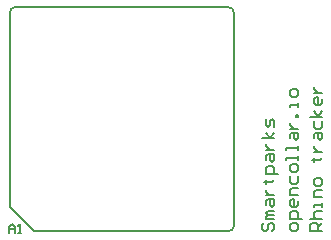
<source format=gto>
G04*
G04 #@! TF.GenerationSoftware,Altium Limited,Altium Designer,19.1.5 (86)*
G04*
G04 Layer_Color=65535*
%FSAX25Y25*%
%MOIN*%
G70*
G01*
G75*
%ADD10C,0.00787*%
%ADD11C,0.00591*%
D10*
X0112882Y0195039D02*
G03*
X0110913Y0193071I0000000J-0001969D01*
G01*
X0185717D02*
G03*
X0183748Y0195039I-0001969J0000000D01*
G01*
Y0120236D02*
G03*
X0185717Y0122205I0000000J0001969D01*
G01*
X0110913Y0128504D02*
Y0193071D01*
Y0128504D02*
X0119181Y0120236D01*
X0183748D01*
X0185717Y0122205D02*
Y0193071D01*
X0112882Y0195039D02*
X0183748D01*
X0195840Y0123018D02*
X0195184Y0122362D01*
Y0121050D01*
X0195840Y0120394D01*
X0196496D01*
X0197152Y0121050D01*
Y0122362D01*
X0197808Y0123018D01*
X0198463D01*
X0199119Y0122362D01*
Y0121050D01*
X0198463Y0120394D01*
X0199119Y0124329D02*
X0196496D01*
Y0124985D01*
X0197152Y0125641D01*
X0199119D01*
X0197152D01*
X0196496Y0126297D01*
X0197152Y0126953D01*
X0199119D01*
X0196496Y0128921D02*
Y0130233D01*
X0197152Y0130889D01*
X0199119D01*
Y0128921D01*
X0198463Y0128265D01*
X0197808Y0128921D01*
Y0130889D01*
X0196496Y0132201D02*
X0199119D01*
X0197808D01*
X0197152Y0132857D01*
X0196496Y0133513D01*
Y0134169D01*
X0195840Y0136793D02*
X0196496D01*
Y0136137D01*
Y0137449D01*
Y0136793D01*
X0198463D01*
X0199119Y0137449D01*
X0200431Y0139416D02*
X0196496D01*
Y0141384D01*
X0197152Y0142040D01*
X0198463D01*
X0199119Y0141384D01*
Y0139416D01*
X0196496Y0144008D02*
Y0145320D01*
X0197152Y0145976D01*
X0199119D01*
Y0144008D01*
X0198463Y0143352D01*
X0197808Y0144008D01*
Y0145976D01*
X0196496Y0147288D02*
X0199119D01*
X0197808D01*
X0197152Y0147944D01*
X0196496Y0148600D01*
Y0149256D01*
X0199119Y0151224D02*
X0195184D01*
X0197808D02*
X0196496Y0153191D01*
X0197808Y0151224D02*
X0199119Y0153191D01*
Y0155159D02*
Y0157127D01*
X0198463Y0157783D01*
X0197808Y0157127D01*
Y0155815D01*
X0197152Y0155159D01*
X0196496Y0155815D01*
Y0157783D01*
X0207044Y0121050D02*
Y0122362D01*
X0206388Y0123018D01*
X0205076D01*
X0204420Y0122362D01*
Y0121050D01*
X0205076Y0120394D01*
X0206388D01*
X0207044Y0121050D01*
X0208356Y0124329D02*
X0204420D01*
Y0126297D01*
X0205076Y0126953D01*
X0206388D01*
X0207044Y0126297D01*
Y0124329D01*
Y0130233D02*
Y0128921D01*
X0206388Y0128265D01*
X0205076D01*
X0204420Y0128921D01*
Y0130233D01*
X0205076Y0130889D01*
X0205732D01*
Y0128265D01*
X0207044Y0132201D02*
X0204420D01*
Y0134169D01*
X0205076Y0134825D01*
X0207044D01*
X0204420Y0138760D02*
Y0136793D01*
X0205076Y0136137D01*
X0206388D01*
X0207044Y0136793D01*
Y0138760D01*
Y0140728D02*
Y0142040D01*
X0206388Y0142696D01*
X0205076D01*
X0204420Y0142040D01*
Y0140728D01*
X0205076Y0140072D01*
X0206388D01*
X0207044Y0140728D01*
Y0144008D02*
Y0145320D01*
Y0144664D01*
X0203108D01*
Y0144008D01*
X0207044Y0147288D02*
Y0148600D01*
Y0147944D01*
X0203108D01*
Y0147288D01*
X0204420Y0151224D02*
Y0152536D01*
X0205076Y0153191D01*
X0207044D01*
Y0151224D01*
X0206388Y0150568D01*
X0205732Y0151224D01*
Y0153191D01*
X0204420Y0154503D02*
X0207044D01*
X0205732D01*
X0205076Y0155159D01*
X0204420Y0155815D01*
Y0156471D01*
X0207044Y0158439D02*
X0206388D01*
Y0159095D01*
X0207044D01*
Y0158439D01*
Y0161719D02*
Y0163031D01*
Y0162375D01*
X0204420D01*
Y0161719D01*
X0207044Y0165655D02*
Y0166967D01*
X0206388Y0167623D01*
X0205076D01*
X0204420Y0166967D01*
Y0165655D01*
X0205076Y0164999D01*
X0206388D01*
X0207044Y0165655D01*
X0214968Y0120394D02*
X0211033D01*
Y0122362D01*
X0211689Y0123018D01*
X0213001D01*
X0213657Y0122362D01*
Y0120394D01*
Y0121706D02*
X0214968Y0123018D01*
X0211033Y0124329D02*
X0214968D01*
X0213001D01*
X0212345Y0124985D01*
Y0126297D01*
X0213001Y0126953D01*
X0214968D01*
Y0128265D02*
Y0129577D01*
Y0128921D01*
X0212345D01*
Y0128265D01*
X0214968Y0131545D02*
X0212345D01*
Y0133513D01*
X0213001Y0134169D01*
X0214968D01*
Y0136137D02*
Y0137449D01*
X0214313Y0138104D01*
X0213001D01*
X0212345Y0137449D01*
Y0136137D01*
X0213001Y0135481D01*
X0214313D01*
X0214968Y0136137D01*
X0211689Y0144008D02*
X0212345D01*
Y0143352D01*
Y0144664D01*
Y0144008D01*
X0214313D01*
X0214968Y0144664D01*
X0212345Y0146632D02*
X0214968D01*
X0213657D01*
X0213001Y0147288D01*
X0212345Y0147944D01*
Y0148600D01*
Y0151224D02*
Y0152536D01*
X0213001Y0153191D01*
X0214968D01*
Y0151224D01*
X0214313Y0150568D01*
X0213657Y0151224D01*
Y0153191D01*
X0212345Y0157127D02*
Y0155159D01*
X0213001Y0154503D01*
X0214313D01*
X0214968Y0155159D01*
Y0157127D01*
Y0158439D02*
X0211033D01*
X0213657D02*
X0212345Y0160407D01*
X0213657Y0158439D02*
X0214968Y0160407D01*
Y0164343D02*
Y0163031D01*
X0214313Y0162375D01*
X0213001D01*
X0212345Y0163031D01*
Y0164343D01*
X0213001Y0164999D01*
X0213657D01*
Y0162375D01*
X0212345Y0166311D02*
X0214968D01*
X0213657D01*
X0213001Y0166967D01*
X0212345Y0167623D01*
Y0168279D01*
D11*
X0110638Y0119567D02*
Y0121666D01*
X0111687Y0122715D01*
X0112737Y0121666D01*
Y0119567D01*
Y0121141D01*
X0110638D01*
X0113786Y0119567D02*
X0114836D01*
X0114311D01*
Y0122715D01*
X0113786Y0122191D01*
M02*

</source>
